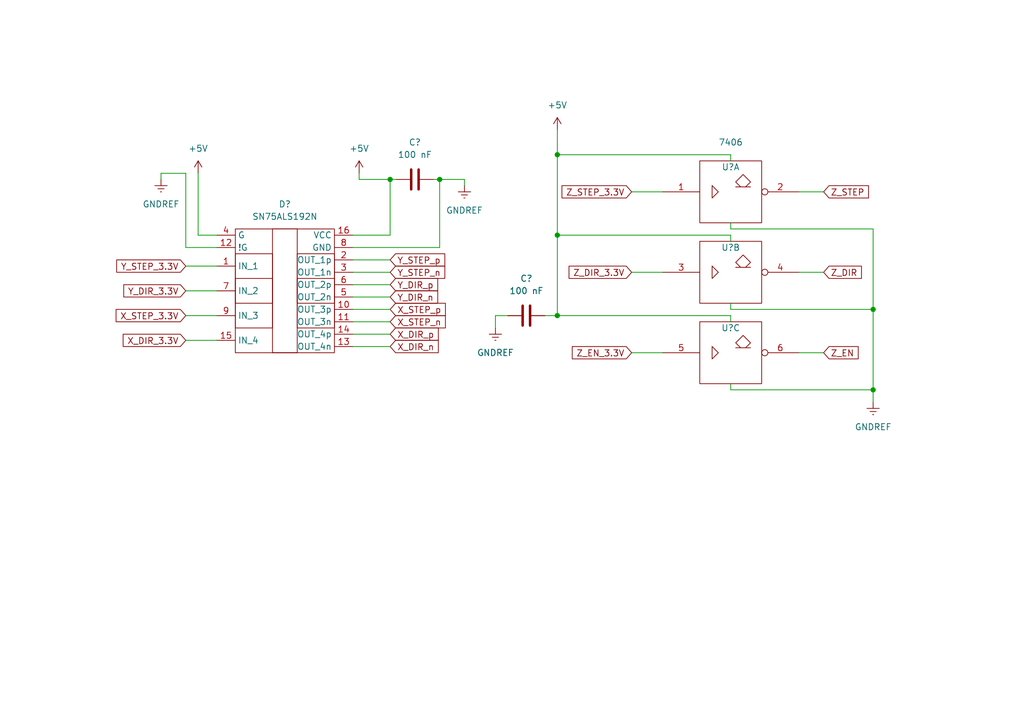
<source format=kicad_sch>
(kicad_sch (version 20211123) (generator eeschema)
  (paper "A5")
  (lib_symbols
    (symbol "74xx_IEEE:7406" (pin_names (offset 0.762))
      (property "Reference" "U" (at 3.81 7.62 0))
      (property "Value" "7406" (at 6.35 -8.89 0))
      (symbol "7406_0_0"
        (polyline (pts (xy -3.81 1.27) (xy -3.81 -1.27) (xy -2.54 0) (xy -3.81 1.27) (xy -3.81 1.27)))
        (polyline (pts (xy 3.048 1.016) (xy 4.064 2.032) (xy 2.54 3.556) (xy 1.016 2.032) (xy 2.032 1.016) (xy 1.016 1.016) (xy 4.064 1.016) (xy 4.064 1.016)))
      )
      (symbol "7406_0_1"
        (rectangle (start -6.35 6.35) (end 6.35 -6.35))
        (pin power_in line (at 0 6.35 270) (length 0) hide (name "Vcc") (number "14"))
        (pin power_in line (at 0 -6.35 90) (length 0) hide (name "Gnd") (number "7"))
      )
      (symbol "7406_1_1"
        (pin input line (at -13.97 0 0) (length 7.62) (name "~") (number "1"))
        (pin open_collector inverted (at 13.97 0 180) (length 7.62) (name "~") (number "2"))
      )
      (symbol "7406_2_1"
        (pin input line (at -13.97 0 0) (length 7.62) (name "~") (number "3"))
        (pin open_collector inverted (at 13.97 0 180) (length 7.62) (name "~") (number "4"))
      )
      (symbol "7406_3_1"
        (pin input line (at -13.97 0 0) (length 7.62) (name "~") (number "5"))
        (pin open_collector inverted (at 13.97 0 180) (length 7.62) (name "~") (number "6"))
      )
      (symbol "7406_4_1"
        (pin open_collector inverted (at 13.97 0 180) (length 7.62) (name "~") (number "8"))
        (pin input line (at -13.97 0 0) (length 7.62) (name "~") (number "9"))
      )
      (symbol "7406_5_1"
        (pin open_collector inverted (at 13.97 0 180) (length 7.62) (name "~") (number "10"))
        (pin input line (at -13.97 0 0) (length 7.62) (name "~") (number "11"))
      )
      (symbol "7406_6_1"
        (pin open_collector inverted (at 13.97 0 180) (length 7.62) (name "~") (number "12"))
        (pin input line (at -13.97 0 0) (length 7.62) (name "~") (number "13"))
      )
    )
    (symbol "Device:C" (pin_numbers hide) (pin_names (offset 0.254))
      (property "Reference" "C" (at 0.635 2.54 0))
      (property "Value" "C" (at 0.635 -2.54 0))
      (symbol "C_0_1"
        (polyline (pts (xy -2.032 -0.762) (xy 2.032 -0.762)) (stroke (width 0.508)))
        (polyline (pts (xy -2.032 0.762) (xy 2.032 0.762)) (stroke (width 0.508)))
      )
      (symbol "C_1_1"
        (pin passive line (at 0 3.81 270) (length 2.794) (name "~") (number "1"))
        (pin passive line (at 0 -3.81 90) (length 2.794) (name "~") (number "2"))
      )
    )
    (symbol "EP2006:SN75ALS192N"
      (property "Reference" "D" (at 0 1.27 0))
      (property "Value" "SN75ALS192N" (at 0 -1.27 0))
      (symbol "SN75ALS192N_0_1"
        (rectangle (start -10.16 -12.7) (end -2.54 -17.78))
        (rectangle (start -10.16 -7.62) (end -2.54 -22.86))
        (rectangle (start -10.16 -2.54) (end 10.16 -27.94))
        (rectangle (start -2.54 -2.54) (end 2.54 -27.94))
        (rectangle (start 2.54 -12.7) (end 10.16 -17.78))
        (rectangle (start 2.54 -7.62) (end 10.16 -22.86))
      )
      (symbol "SN75ALS192N_1_1"
        (pin input line (at -13.97 -10.16 0) (length 3.81) (name "IN_1") (number "1"))
        (pin tri_state line (at 13.97 -19.05 180) (length 3.81) (name "OUT_3p") (number "10"))
        (pin tri_state line (at 13.97 -21.59 180) (length 3.81) (name "OUT_3n") (number "11"))
        (pin input line (at -13.97 -6.35 0) (length 3.81) (name "!G") (number "12"))
        (pin tri_state line (at 13.97 -26.67 180) (length 3.81) (name "OUT_4n") (number "13"))
        (pin tri_state line (at 13.97 -24.13 180) (length 3.81) (name "OUT_4p") (number "14"))
        (pin input line (at -13.97 -25.4 0) (length 3.81) (name "IN_4") (number "15"))
        (pin power_in line (at 13.97 -3.81 180) (length 3.81) (name "VCC") (number "16"))
        (pin tri_state line (at 13.97 -8.89 180) (length 3.81) (name "OUT_1p") (number "2"))
        (pin tri_state line (at 13.97 -11.43 180) (length 3.81) (name "OUT_1n") (number "3"))
        (pin input line (at -13.97 -3.81 0) (length 3.81) (name "G") (number "4"))
        (pin tri_state line (at 13.97 -16.51 180) (length 3.81) (name "OUT_2n") (number "5"))
        (pin tri_state line (at 13.97 -13.97 180) (length 3.81) (name "OUT_2p") (number "6"))
        (pin input line (at -13.97 -15.24 0) (length 3.81) (name "IN_2") (number "7"))
        (pin power_in line (at 13.97 -6.35 180) (length 3.81) (name "GND") (number "8"))
        (pin input line (at -13.97 -20.32 0) (length 3.81) (name "IN_3") (number "9"))
      )
    )
    (symbol "power:+5V" (power) (pin_names (offset 0))
      (property "Value" "+5V" (at 0 3.556 0))
      (symbol "+5V_0_1"
        (polyline (pts (xy -0.762 1.27) (xy 0 2.54)))
        (polyline (pts (xy 0 0) (xy 0 2.54)))
        (polyline (pts (xy 0 2.54) (xy 0.762 1.27)))
      )
      (symbol "+5V_1_1"
        (pin power_in line (at 0 0 90) (length 0) hide (name "+5V") (number "1"))
      )
    )
    (symbol "power:GNDREF" (power) (pin_names (offset 0))
      (property "Value" "GNDREF" (at 0 -3.81 0))
      (symbol "GNDREF_0_1"
        (polyline (pts (xy -0.635 -1.905) (xy 0.635 -1.905)))
        (polyline (pts (xy -0.127 -2.54) (xy 0.127 -2.54)))
        (polyline (pts (xy 0 -1.27) (xy 0 0)))
        (polyline (pts (xy 1.27 -1.27) (xy -1.27 -1.27)))
      )
      (symbol "GNDREF_1_1"
        (pin power_in line (at 0 0 270) (length 0) hide (name "GNDREF") (number "1"))
      )
    )
  )
  (junction (at 114.3 64.77))
  (junction (at 114.3 31.75))
  (junction (at 114.3 48.26))
  (junction (at 179.07 63.5))
  (junction (at 80.01 36.83))
  (junction (at 90.17 36.83))
  (junction (at 179.07 80.01))
  (wire (pts (xy 168.91 55.88) (xy 163.83 55.88)))
  (wire (pts (xy 149.86 63.5) (xy 179.07 63.5)))
  (wire (pts (xy 179.07 46.99) (xy 179.07 63.5)))
  (wire (pts (xy 149.86 45.72) (xy 149.86 46.99)))
  (wire (pts (xy 149.86 31.75) (xy 114.3 31.75)))
  (wire (pts (xy 80.01 36.83) (xy 81.28 36.83)))
  (wire (pts (xy 38.1 35.56) (xy 38.1 50.8)))
  (wire (pts (xy 114.3 26.67) (xy 114.3 31.75)))
  (wire (pts (xy 73.66 36.83) (xy 80.01 36.83)))
  (wire (pts (xy 72.39 55.88) (xy 80.01 55.88)))
  (wire (pts (xy 111.76 64.77) (xy 114.3 64.77)))
  (wire (pts (xy 72.39 66.04) (xy 80.01 66.04)))
  (wire (pts (xy 114.3 48.26) (xy 114.3 31.75)))
  (wire (pts (xy 101.6 67.31) (xy 101.6 64.77)))
  (wire (pts (xy 90.17 36.83) (xy 90.17 50.8)))
  (wire (pts (xy 73.66 35.56) (xy 73.66 36.83)))
  (wire (pts (xy 168.91 72.39) (xy 163.83 72.39)))
  (wire (pts (xy 72.39 60.96) (xy 80.01 60.96)))
  (wire (pts (xy 149.86 33.02) (xy 149.86 31.75)))
  (wire (pts (xy 149.86 48.26) (xy 114.3 48.26)))
  (wire (pts (xy 129.54 72.39) (xy 135.89 72.39)))
  (wire (pts (xy 33.02 35.56) (xy 38.1 35.56)))
  (wire (pts (xy 149.86 64.77) (xy 114.3 64.77)))
  (wire (pts (xy 72.39 58.42) (xy 80.01 58.42)))
  (wire (pts (xy 38.1 64.77) (xy 44.45 64.77)))
  (wire (pts (xy 38.1 54.61) (xy 44.45 54.61)))
  (wire (pts (xy 72.39 68.58) (xy 80.01 68.58)))
  (wire (pts (xy 101.6 64.77) (xy 104.14 64.77)))
  (wire (pts (xy 149.86 49.53) (xy 149.86 48.26)))
  (wire (pts (xy 149.86 46.99) (xy 179.07 46.99)))
  (wire (pts (xy 38.1 50.8) (xy 44.45 50.8)))
  (wire (pts (xy 90.17 36.83) (xy 88.9 36.83)))
  (wire (pts (xy 114.3 64.77) (xy 114.3 48.26)))
  (wire (pts (xy 95.25 38.1) (xy 95.25 36.83)))
  (wire (pts (xy 90.17 36.83) (xy 95.25 36.83)))
  (wire (pts (xy 72.39 71.12) (xy 80.01 71.12)))
  (wire (pts (xy 33.02 35.56) (xy 33.02 36.83)))
  (wire (pts (xy 38.1 59.69) (xy 44.45 59.69)))
  (wire (pts (xy 149.86 80.01) (xy 179.07 80.01)))
  (wire (pts (xy 38.1 69.85) (xy 44.45 69.85)))
  (wire (pts (xy 40.64 35.56) (xy 40.64 48.26)))
  (wire (pts (xy 129.54 39.37) (xy 135.89 39.37)))
  (wire (pts (xy 72.39 53.34) (xy 80.01 53.34)))
  (wire (pts (xy 179.07 80.01) (xy 179.07 82.55)))
  (wire (pts (xy 149.86 78.74) (xy 149.86 80.01)))
  (wire (pts (xy 149.86 66.04) (xy 149.86 64.77)))
  (wire (pts (xy 90.17 50.8) (xy 72.39 50.8)))
  (wire (pts (xy 80.01 36.83) (xy 80.01 48.26)))
  (wire (pts (xy 129.54 55.88) (xy 135.89 55.88)))
  (wire (pts (xy 179.07 63.5) (xy 179.07 80.01)))
  (wire (pts (xy 72.39 63.5) (xy 80.01 63.5)))
  (wire (pts (xy 80.01 48.26) (xy 72.39 48.26)))
  (wire (pts (xy 40.64 48.26) (xy 44.45 48.26)))
  (wire (pts (xy 149.86 62.23) (xy 149.86 63.5)))
  (wire (pts (xy 168.91 39.37) (xy 163.83 39.37)))
  (global_label "Z_DIR" (shape input) (at 168.91 55.88 0) (property "Intersheet References" "${INTERSHEET_REFS}" (effects hide)))
  (global_label "X_DIR_n" (shape input) (at 80.01 71.12 0) (property "Intersheet References" "${INTERSHEET_REFS}" (effects hide)))
  (global_label "Z_EN" (shape input) (at 168.91 72.39 0) (property "Intersheet References" "${INTERSHEET_REFS}" (effects hide)))
  (global_label "Z_STEP_3.3V" (shape input) (at 129.54 39.37 180) (property "Intersheet References" "${INTERSHEET_REFS}" (effects hide)))
  (global_label "X_DIR_p" (shape input) (at 80.01 68.58 0) (property "Intersheet References" "${INTERSHEET_REFS}" (effects hide)))
  (global_label "Y_STEP_3.3V" (shape input) (at 38.1 54.61 180) (property "Intersheet References" "${INTERSHEET_REFS}" (effects hide)))
  (global_label "Y_DIR_3.3V" (shape input) (at 38.1 59.69 180) (property "Intersheet References" "${INTERSHEET_REFS}" (effects hide)))
  (global_label "X_STEP_3.3V" (shape input) (at 38.1 64.77 180) (property "Intersheet References" "${INTERSHEET_REFS}" (effects hide)))
  (global_label "Y_DIR_p" (shape input) (at 80.01 58.42 0) (property "Intersheet References" "${INTERSHEET_REFS}" (effects hide)))
  (global_label "X_STEP_n" (shape input) (at 80.01 66.04 0) (property "Intersheet References" "${INTERSHEET_REFS}" (effects hide)))
  (global_label "X_DIR_3.3V" (shape input) (at 38.1 69.85 180) (property "Intersheet References" "${INTERSHEET_REFS}" (effects hide)))
  (global_label "Y_STEP_p" (shape input) (at 80.01 53.34 0) (property "Intersheet References" "${INTERSHEET_REFS}" (effects hide)))
  (global_label "Y_DIR_n" (shape input) (at 80.01 60.96 0) (property "Intersheet References" "${INTERSHEET_REFS}" (effects hide)))
  (global_label "Y_STEP_n" (shape input) (at 80.01 55.88 0) (property "Intersheet References" "${INTERSHEET_REFS}" (effects hide)))
  (global_label "X_STEP_p" (shape input) (at 80.01 63.5 0) (property "Intersheet References" "${INTERSHEET_REFS}" (effects hide)))
  (global_label "Z_STEP" (shape input) (at 168.91 39.37 0) (property "Intersheet References" "${INTERSHEET_REFS}" (effects hide)))
  (global_label "Z_EN_3.3V" (shape input) (at 129.54 72.39 180) (property "Intersheet References" "${INTERSHEET_REFS}" (effects hide)))
  (global_label "Z_DIR_3.3V" (shape input) (at 129.54 55.88 180) (property "Intersheet References" "${INTERSHEET_REFS}" (effects hide)))
  (symbol (lib_id "power:+5V") (at 40.64 35.56 0) (unit 1)
    (property "Reference" "#PWR?" (effects hide))
    (property "Value" "+5V" (at 40.64 30.48 0))
  )
  (symbol (lib_id "74xx_IEEE:7406") (at 149.86 55.88 0) (unit 2)
    (property "Reference" "U?" (at 149.86 50.8 0))
    (property "Value" "7406" (effects hide))
  )
  (symbol (lib_id "power:GNDREF") (at 33.02 36.83 0) (unit 1)
    (property "Reference" "#PWR?" (effects hide))
    (property "Value" "GNDREF" (at 33.02 41.91 0))
  )
  (symbol (lib_id "74xx_IEEE:7406") (at 149.86 39.37 0) (unit 1)
    (property "Reference" "U?" (at 149.86 34.29 0))
    (property "Value" "7406" (at 149.86 29.21 0))
  )
  (symbol (lib_id "power:+5V") (at 73.66 35.56 0) (unit 1)
    (property "Reference" "#PWR?" (effects hide))
    (property "Value" "+5V" (at 73.66 30.48 0))
  )
  (symbol (lib_id "EP2006:SN75ALS192N") (at 58.42 44.45 0) (unit 1)
    (property "Reference" "D?" (at 58.42 41.91 0))
    (property "Value" "SN75ALS192N" (at 58.42 44.45 0))
    (property "Footprint" "Package_DIP:DIP-16_W7.62mm_Socket" (effects hide))
  )
  (symbol (lib_id "Device:C") (at 85.09 36.83 90) (unit 1)
    (property "Reference" "C?" (at 85.09 29.21 90))
    (property "Value" "100 nF" (at 85.09 31.75 90))
    (property "Footprint" "Capacitor_SMD:C_0603_1608Metric_Pad1.08x0.95mm_HandSolder" (effects hide))
  )
  (symbol (lib_id "Device:C") (at 107.95 64.77 90) (unit 1)
    (property "Reference" "C?" (at 107.95 57.15 90))
    (property "Value" "100 nF" (at 107.95 59.69 90))
    (property "Footprint" "Capacitor_SMD:C_0603_1608Metric_Pad1.08x0.95mm_HandSolder" (effects hide))
  )
  (symbol (lib_id "power:GNDREF") (at 95.25 38.1 0) (unit 1)
    (property "Reference" "#PWR?" (effects hide))
    (property "Value" "GNDREF" (at 95.25 43.18 0))
  )
  (symbol (lib_id "power:GNDREF") (at 179.07 82.55 0) (unit 1)
    (property "Reference" "#PWR?" (effects hide))
    (property "Value" "GNDREF" (at 179.07 87.63 0))
  )
  (symbol (lib_id "power:GNDREF") (at 101.6 67.31 0) (unit 1)
    (property "Reference" "#PWR?" (effects hide))
    (property "Value" "GNDREF" (at 101.6 72.39 0))
  )
  (symbol (lib_id "74xx_IEEE:7406") (at 149.86 72.39 0) (unit 3)
    (property "Reference" "U?" (at 149.86 67.31 0))
    (property "Value" "7406" (effects hide))
  )
  (symbol (lib_id "power:+5V") (at 114.3 26.67 0) (unit 1)
    (property "Reference" "#PWR?" (effects hide))
    (property "Value" "+5V" (at 114.3 21.59 0))
  )
)
</source>
